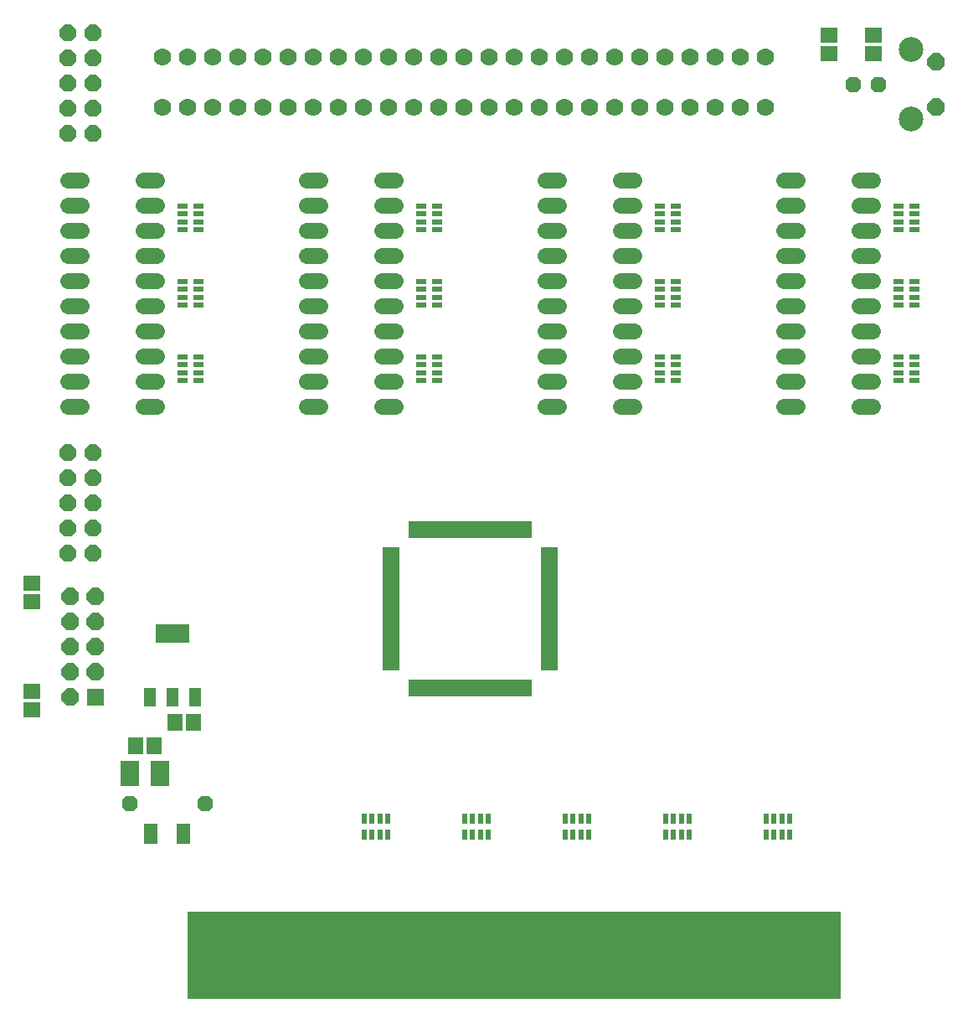
<source format=gbs>
G75*
%MOIN*%
%OFA0B0*%
%FSLAX25Y25*%
%IPPOS*%
%LPD*%
%AMOC8*
5,1,8,0,0,1.08239X$1,22.5*
%
%ADD10R,0.07299X0.10449*%
%ADD11C,0.07000*%
%ADD12R,0.06118X0.06906*%
%ADD13C,0.06200*%
%ADD14R,2.60000X0.35000*%
%ADD15R,0.03937X0.02362*%
%ADD16OC8,0.06600*%
%ADD17R,0.06906X0.06118*%
%ADD18OC8,0.06200*%
%ADD19R,0.07000X0.07000*%
%ADD20OC8,0.07000*%
%ADD21R,0.06906X0.02378*%
%ADD22R,0.02378X0.06906*%
%ADD23R,0.02362X0.03937*%
%ADD24R,0.04500X0.07400*%
%ADD25R,0.13500X0.07400*%
%ADD26R,0.05724X0.08087*%
%ADD27C,0.09850*%
D10*
X0063685Y0095000D03*
X0075496Y0095000D03*
D11*
X0076591Y0360031D03*
X0086591Y0360031D03*
X0096591Y0360031D03*
X0106591Y0360031D03*
X0116591Y0360031D03*
X0126591Y0360031D03*
X0136591Y0360031D03*
X0146591Y0360031D03*
X0156591Y0360031D03*
X0166591Y0360031D03*
X0176591Y0360031D03*
X0186591Y0360031D03*
X0196591Y0360031D03*
X0206591Y0360031D03*
X0216591Y0360031D03*
X0226591Y0360031D03*
X0236591Y0360031D03*
X0246591Y0360031D03*
X0256591Y0360031D03*
X0266591Y0360031D03*
X0276591Y0360031D03*
X0286591Y0360031D03*
X0296591Y0360031D03*
X0306591Y0360031D03*
X0316591Y0360031D03*
X0316591Y0380031D03*
X0306591Y0380031D03*
X0296591Y0380031D03*
X0286591Y0380031D03*
X0276591Y0380031D03*
X0266591Y0380031D03*
X0256591Y0380031D03*
X0246591Y0380031D03*
X0236591Y0380031D03*
X0226591Y0380031D03*
X0216591Y0380031D03*
X0206591Y0380031D03*
X0196591Y0380031D03*
X0186591Y0380031D03*
X0176591Y0380031D03*
X0166591Y0380031D03*
X0156591Y0380031D03*
X0146591Y0380031D03*
X0136591Y0380031D03*
X0126591Y0380031D03*
X0116591Y0380031D03*
X0106591Y0380031D03*
X0096591Y0380031D03*
X0086591Y0380031D03*
X0076591Y0380031D03*
D12*
X0081600Y0115250D03*
X0089081Y0115250D03*
X0073331Y0106000D03*
X0065850Y0106000D03*
D13*
X0068991Y0241000D02*
X0074191Y0241000D01*
X0074191Y0251000D02*
X0068991Y0251000D01*
X0068991Y0261000D02*
X0074191Y0261000D01*
X0074191Y0271000D02*
X0068991Y0271000D01*
X0068991Y0281000D02*
X0074191Y0281000D01*
X0074191Y0291000D02*
X0068991Y0291000D01*
X0068991Y0301000D02*
X0074191Y0301000D01*
X0074191Y0311000D02*
X0068991Y0311000D01*
X0068991Y0321000D02*
X0074191Y0321000D01*
X0074191Y0331000D02*
X0068991Y0331000D01*
X0044191Y0331000D02*
X0038991Y0331000D01*
X0038991Y0321000D02*
X0044191Y0321000D01*
X0044191Y0311000D02*
X0038991Y0311000D01*
X0038991Y0301000D02*
X0044191Y0301000D01*
X0044191Y0291000D02*
X0038991Y0291000D01*
X0038991Y0281000D02*
X0044191Y0281000D01*
X0044191Y0271000D02*
X0038991Y0271000D01*
X0038991Y0261000D02*
X0044191Y0261000D01*
X0044191Y0251000D02*
X0038991Y0251000D01*
X0038991Y0241000D02*
X0044191Y0241000D01*
X0133991Y0241000D02*
X0139191Y0241000D01*
X0139191Y0251000D02*
X0133991Y0251000D01*
X0133991Y0261000D02*
X0139191Y0261000D01*
X0139191Y0271000D02*
X0133991Y0271000D01*
X0133991Y0281000D02*
X0139191Y0281000D01*
X0139191Y0291000D02*
X0133991Y0291000D01*
X0133991Y0301000D02*
X0139191Y0301000D01*
X0139191Y0311000D02*
X0133991Y0311000D01*
X0133991Y0321000D02*
X0139191Y0321000D01*
X0139191Y0331000D02*
X0133991Y0331000D01*
X0163991Y0331000D02*
X0169191Y0331000D01*
X0169191Y0321000D02*
X0163991Y0321000D01*
X0163991Y0311000D02*
X0169191Y0311000D01*
X0169191Y0301000D02*
X0163991Y0301000D01*
X0163991Y0291000D02*
X0169191Y0291000D01*
X0169191Y0281000D02*
X0163991Y0281000D01*
X0163991Y0271000D02*
X0169191Y0271000D01*
X0169191Y0261000D02*
X0163991Y0261000D01*
X0163991Y0251000D02*
X0169191Y0251000D01*
X0169191Y0241000D02*
X0163991Y0241000D01*
X0228991Y0241000D02*
X0234191Y0241000D01*
X0234191Y0251000D02*
X0228991Y0251000D01*
X0228991Y0261000D02*
X0234191Y0261000D01*
X0234191Y0271000D02*
X0228991Y0271000D01*
X0228991Y0281000D02*
X0234191Y0281000D01*
X0234191Y0291000D02*
X0228991Y0291000D01*
X0228991Y0301000D02*
X0234191Y0301000D01*
X0234191Y0311000D02*
X0228991Y0311000D01*
X0228991Y0321000D02*
X0234191Y0321000D01*
X0234191Y0331000D02*
X0228991Y0331000D01*
X0258991Y0331000D02*
X0264191Y0331000D01*
X0264191Y0321000D02*
X0258991Y0321000D01*
X0258991Y0311000D02*
X0264191Y0311000D01*
X0264191Y0301000D02*
X0258991Y0301000D01*
X0258991Y0291000D02*
X0264191Y0291000D01*
X0264191Y0281000D02*
X0258991Y0281000D01*
X0258991Y0271000D02*
X0264191Y0271000D01*
X0264191Y0261000D02*
X0258991Y0261000D01*
X0258991Y0251000D02*
X0264191Y0251000D01*
X0264191Y0241000D02*
X0258991Y0241000D01*
X0323991Y0241000D02*
X0329191Y0241000D01*
X0329191Y0251000D02*
X0323991Y0251000D01*
X0323991Y0261000D02*
X0329191Y0261000D01*
X0329191Y0271000D02*
X0323991Y0271000D01*
X0323991Y0281000D02*
X0329191Y0281000D01*
X0329191Y0291000D02*
X0323991Y0291000D01*
X0323991Y0301000D02*
X0329191Y0301000D01*
X0329191Y0311000D02*
X0323991Y0311000D01*
X0323991Y0321000D02*
X0329191Y0321000D01*
X0329191Y0331000D02*
X0323991Y0331000D01*
X0353991Y0331000D02*
X0359191Y0331000D01*
X0359191Y0321000D02*
X0353991Y0321000D01*
X0353991Y0311000D02*
X0359191Y0311000D01*
X0359191Y0301000D02*
X0353991Y0301000D01*
X0353991Y0291000D02*
X0359191Y0291000D01*
X0359191Y0281000D02*
X0353991Y0281000D01*
X0353991Y0271000D02*
X0359191Y0271000D01*
X0359191Y0261000D02*
X0353991Y0261000D01*
X0353991Y0251000D02*
X0359191Y0251000D01*
X0359191Y0241000D02*
X0353991Y0241000D01*
D14*
X0216591Y0022500D03*
D15*
X0185990Y0251276D03*
X0185990Y0254425D03*
X0185990Y0257575D03*
X0185990Y0260724D03*
X0179691Y0260724D03*
X0179691Y0257575D03*
X0179691Y0254425D03*
X0179691Y0251276D03*
X0179691Y0281276D03*
X0179691Y0284425D03*
X0179691Y0287575D03*
X0179691Y0290724D03*
X0185990Y0290724D03*
X0185990Y0287575D03*
X0185990Y0284425D03*
X0185990Y0281276D03*
X0185990Y0311276D03*
X0185990Y0314425D03*
X0185990Y0317575D03*
X0185990Y0320724D03*
X0179691Y0320724D03*
X0179691Y0317575D03*
X0179691Y0314425D03*
X0179691Y0311276D03*
X0090990Y0311276D03*
X0090990Y0314425D03*
X0090990Y0317575D03*
X0090990Y0320724D03*
X0084691Y0320724D03*
X0084691Y0317575D03*
X0084691Y0314425D03*
X0084691Y0311276D03*
X0084691Y0290724D03*
X0084691Y0287575D03*
X0084691Y0284425D03*
X0084691Y0281276D03*
X0090990Y0281276D03*
X0090990Y0284425D03*
X0090990Y0287575D03*
X0090990Y0290724D03*
X0090990Y0260724D03*
X0090990Y0257575D03*
X0090990Y0254425D03*
X0090990Y0251276D03*
X0084691Y0251276D03*
X0084691Y0254425D03*
X0084691Y0257575D03*
X0084691Y0260724D03*
X0274691Y0260724D03*
X0274691Y0257575D03*
X0274691Y0254425D03*
X0274691Y0251276D03*
X0280990Y0251276D03*
X0280990Y0254425D03*
X0280990Y0257575D03*
X0280990Y0260724D03*
X0280990Y0281276D03*
X0280990Y0284425D03*
X0280990Y0287575D03*
X0280990Y0290724D03*
X0274691Y0290724D03*
X0274691Y0287575D03*
X0274691Y0284425D03*
X0274691Y0281276D03*
X0274691Y0311276D03*
X0274691Y0314425D03*
X0274691Y0317575D03*
X0274691Y0320724D03*
X0280990Y0320724D03*
X0280990Y0317575D03*
X0280990Y0314425D03*
X0280990Y0311276D03*
X0369691Y0311276D03*
X0369691Y0314425D03*
X0369691Y0317575D03*
X0369691Y0320724D03*
X0375990Y0320724D03*
X0375990Y0317575D03*
X0375990Y0314425D03*
X0375990Y0311276D03*
X0375990Y0290724D03*
X0375990Y0287575D03*
X0375990Y0284425D03*
X0375990Y0281276D03*
X0369691Y0281276D03*
X0369691Y0284425D03*
X0369691Y0287575D03*
X0369691Y0290724D03*
X0369691Y0260724D03*
X0369691Y0257575D03*
X0369691Y0254425D03*
X0369691Y0251276D03*
X0375990Y0251276D03*
X0375990Y0254425D03*
X0375990Y0257575D03*
X0375990Y0260724D03*
D16*
X0049091Y0222500D03*
X0049091Y0212500D03*
X0049091Y0202500D03*
X0049091Y0192500D03*
X0049091Y0182500D03*
X0039091Y0182500D03*
X0039091Y0192500D03*
X0039091Y0202500D03*
X0039091Y0212500D03*
X0039091Y0222500D03*
X0039091Y0349500D03*
X0039091Y0359500D03*
X0049091Y0359500D03*
X0049091Y0349500D03*
X0049091Y0369500D03*
X0049091Y0379500D03*
X0049091Y0389500D03*
X0039091Y0389500D03*
X0039091Y0379500D03*
X0039091Y0369500D03*
D17*
X0024591Y0170740D03*
X0024591Y0163260D03*
X0024591Y0127740D03*
X0024591Y0120260D03*
X0342091Y0381260D03*
X0342091Y0388740D03*
X0359591Y0388740D03*
X0359591Y0381260D03*
D18*
X0361732Y0369000D03*
X0351732Y0369000D03*
X0093591Y0083000D03*
X0063591Y0083000D03*
D19*
X0049819Y0125256D03*
D20*
X0049819Y0135256D03*
X0039819Y0135256D03*
X0039819Y0125256D03*
X0039819Y0145256D03*
X0039819Y0155256D03*
X0049819Y0155256D03*
X0049819Y0145256D03*
X0049819Y0165256D03*
X0039819Y0165256D03*
X0384491Y0360100D03*
X0384491Y0377900D03*
D21*
X0230587Y0184122D03*
X0230587Y0182154D03*
X0230587Y0180185D03*
X0230587Y0178217D03*
X0230587Y0176248D03*
X0230587Y0174280D03*
X0230587Y0172311D03*
X0230587Y0170343D03*
X0230587Y0168374D03*
X0230587Y0166406D03*
X0230587Y0164437D03*
X0230587Y0162469D03*
X0230587Y0160500D03*
X0230587Y0158531D03*
X0230587Y0156563D03*
X0230587Y0154594D03*
X0230587Y0152626D03*
X0230587Y0150657D03*
X0230587Y0148689D03*
X0230587Y0146720D03*
X0230587Y0144752D03*
X0230587Y0142783D03*
X0230587Y0140815D03*
X0230587Y0138846D03*
X0230587Y0136878D03*
X0167594Y0136878D03*
X0167594Y0138846D03*
X0167594Y0140815D03*
X0167594Y0142783D03*
X0167594Y0144752D03*
X0167594Y0146720D03*
X0167594Y0148689D03*
X0167594Y0150657D03*
X0167594Y0152626D03*
X0167594Y0154594D03*
X0167594Y0156563D03*
X0167594Y0158531D03*
X0167594Y0160500D03*
X0167594Y0162469D03*
X0167594Y0164437D03*
X0167594Y0166406D03*
X0167594Y0168374D03*
X0167594Y0170343D03*
X0167594Y0172311D03*
X0167594Y0174280D03*
X0167594Y0176248D03*
X0167594Y0178217D03*
X0167594Y0180185D03*
X0167594Y0182154D03*
X0167594Y0184122D03*
D22*
X0175469Y0191996D03*
X0177437Y0191996D03*
X0179406Y0191996D03*
X0181374Y0191996D03*
X0183343Y0191996D03*
X0185311Y0191996D03*
X0187280Y0191996D03*
X0189248Y0191996D03*
X0191217Y0191996D03*
X0193185Y0191996D03*
X0195154Y0191996D03*
X0197122Y0191996D03*
X0199091Y0191996D03*
X0201059Y0191996D03*
X0203028Y0191996D03*
X0204996Y0191996D03*
X0206965Y0191996D03*
X0208933Y0191996D03*
X0210902Y0191996D03*
X0212870Y0191996D03*
X0214839Y0191996D03*
X0216807Y0191996D03*
X0218776Y0191996D03*
X0220744Y0191996D03*
X0222713Y0191996D03*
X0222713Y0129004D03*
X0220744Y0129004D03*
X0218776Y0129004D03*
X0216807Y0129004D03*
X0214839Y0129004D03*
X0212870Y0129004D03*
X0210902Y0129004D03*
X0208933Y0129004D03*
X0206965Y0129004D03*
X0204996Y0129004D03*
X0203028Y0129004D03*
X0201059Y0129004D03*
X0199091Y0129004D03*
X0197122Y0129004D03*
X0195154Y0129004D03*
X0193185Y0129004D03*
X0191217Y0129004D03*
X0189248Y0129004D03*
X0187280Y0129004D03*
X0185311Y0129004D03*
X0183343Y0129004D03*
X0181374Y0129004D03*
X0179406Y0129004D03*
X0177437Y0129004D03*
X0175469Y0129004D03*
D23*
X0166315Y0076900D03*
X0163165Y0076900D03*
X0160016Y0076900D03*
X0156866Y0076900D03*
X0156866Y0070600D03*
X0160016Y0070600D03*
X0163165Y0070600D03*
X0166315Y0070600D03*
X0196866Y0070600D03*
X0200016Y0070600D03*
X0203165Y0070600D03*
X0206315Y0070600D03*
X0206315Y0076900D03*
X0203165Y0076900D03*
X0200016Y0076900D03*
X0196866Y0076900D03*
X0236866Y0076900D03*
X0240016Y0076900D03*
X0243165Y0076900D03*
X0246315Y0076900D03*
X0246315Y0070600D03*
X0243165Y0070600D03*
X0240016Y0070600D03*
X0236866Y0070600D03*
X0276866Y0070600D03*
X0280016Y0070600D03*
X0283165Y0070600D03*
X0286315Y0070600D03*
X0286315Y0076900D03*
X0283165Y0076900D03*
X0280016Y0076900D03*
X0276866Y0076900D03*
X0316866Y0076900D03*
X0320016Y0076900D03*
X0323165Y0076900D03*
X0326315Y0076900D03*
X0326315Y0070600D03*
X0323165Y0070600D03*
X0320016Y0070600D03*
X0316866Y0070600D03*
D24*
X0089691Y0125400D03*
X0080591Y0125400D03*
X0071491Y0125400D03*
D25*
X0080591Y0150600D03*
D26*
X0072094Y0071000D03*
X0085087Y0071000D03*
D27*
X0374691Y0355200D03*
X0374691Y0382800D03*
M02*

</source>
